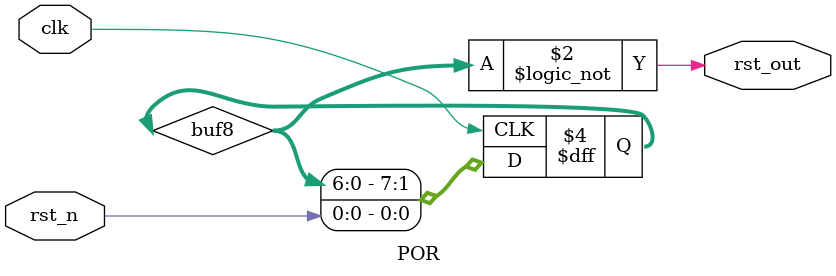
<source format=sv>

module POR(
  input  logic clk, rst_n,
  output logic rst_out
  );
  
  logic [7:0] buf8 = '1;
  always_ff @( posedge clk ) buf8 <= {buf8[6:0], rst_n};
  assign rst_out = (buf8 == 8'b0);

endmodule
</source>
